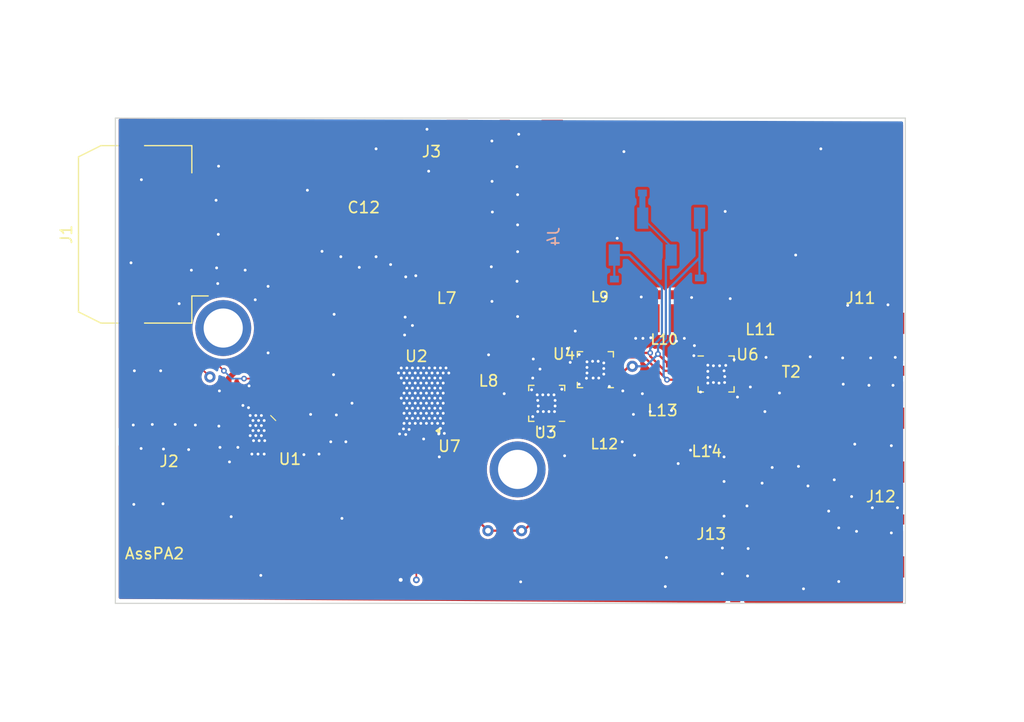
<source format=kicad_pcb>
(kicad_pcb
	(version 20240108)
	(generator "pcbnew")
	(generator_version "8.0")
	(general
		(thickness 0.9464)
		(legacy_teardrops no)
	)
	(paper "A4")
	(layers
		(0 "F.Cu" mixed)
		(31 "B.Cu" mixed)
		(35 "F.Paste" user)
		(37 "F.SilkS" user "F.Silkscreen")
		(38 "B.Mask" user)
		(39 "F.Mask" user)
		(44 "Edge.Cuts" user)
		(45 "Margin" user)
		(46 "B.CrtYd" user "B.Courtyard")
		(47 "F.CrtYd" user "F.Courtyard")
		(49 "F.Fab" user)
	)
	(setup
		(stackup
			(layer "F.SilkS"
				(type "Top Silk Screen")
			)
			(layer "F.Paste"
				(type "Top Solder Paste")
			)
			(layer "F.Mask"
				(type "Top Solder Mask")
				(thickness 0.0152)
			)
			(layer "F.Cu"
				(type "copper")
				(thickness 0.077)
			)
			(layer "dielectric 1"
				(type "core")
				(thickness 0.762)
				(material "FR4")
				(epsilon_r 4.5)
				(loss_tangent 0.02)
			)
			(layer "B.Cu"
				(type "copper")
				(thickness 0.077)
			)
			(layer "B.Mask"
				(type "Bottom Solder Mask")
				(thickness 0.0152)
			)
			(copper_finish "None")
			(dielectric_constraints no)
		)
		(pad_to_mask_clearance 0)
		(allow_soldermask_bridges_in_footprints no)
		(aux_axis_origin 75 75)
		(pcbplotparams
			(layerselection 0x00010e8_ffffffff)
			(plot_on_all_layers_selection 0x0000000_00000000)
			(disableapertmacros no)
			(usegerberextensions no)
			(usegerberattributes yes)
			(usegerberadvancedattributes yes)
			(creategerberjobfile yes)
			(dashed_line_dash_ratio 12.000000)
			(dashed_line_gap_ratio 3.000000)
			(svgprecision 6)
			(plotframeref no)
			(viasonmask no)
			(mode 1)
			(useauxorigin no)
			(hpglpennumber 1)
			(hpglpenspeed 20)
			(hpglpendiameter 15.000000)
			(pdf_front_fp_property_popups yes)
			(pdf_back_fp_property_popups yes)
			(dxfpolygonmode yes)
			(dxfimperialunits yes)
			(dxfusepcbnewfont yes)
			(psnegative no)
			(psa4output no)
			(plotreference yes)
			(plotvalue yes)
			(plotfptext yes)
			(plotinvisibletext no)
			(sketchpadsonfab no)
			(subtractmaskfromsilk no)
			(outputformat 1)
			(mirror no)
			(drillshape 0)
			(scaleselection 1)
			(outputdirectory "plot/")
		)
	)
	(net 0 "")
	(net 1 "+9V")
	(net 2 "/Driverbias")
	(net 3 "Net-(U1-RFIN)")
	(net 4 "Net-(C9-Pad1)")
	(net 5 "Net-(C5-Pad2)")
	(net 6 "Net-(C11-Pad1)")
	(net 7 "Net-(U4-VCP)")
	(net 8 "/PAbias")
	(net 9 "+48V")
	(net 10 "Net-(U1-RFOUT)")
	(net 11 "Net-(C13-Pad1)")
	(net 12 "Net-(C32-Pad2)")
	(net 13 "Net-(U3-ANT)")
	(net 14 "+3V3")
	(net 15 "Net-(U3-VCP)")
	(net 16 "GND")
	(net 17 "Net-(C24-Pad1)")
	(net 18 "Net-(L5-Pad2)")
	(net 19 "Net-(C15-Pad1)")
	(net 20 "/U4V1_U6V2")
	(net 21 "Net-(U4-RF4)")
	(net 22 "Net-(U4-RF2)")
	(net 23 "Net-(L7-Pad2)")
	(net 24 "Net-(J2-RF)")
	(net 25 "/U4V2_U6V1")
	(net 26 "Net-(J3-RF)")
	(net 27 "Net-(J11-RF)")
	(net 28 "Net-(J12-RF)")
	(net 29 "Net-(U1-VD1)")
	(net 30 "Net-(R1-Pad1)")
	(net 31 "Net-(T2-REV)")
	(net 32 "Net-(T2-FWD)")
	(net 33 "Net-(C23-Pad1)")
	(net 34 "Net-(C26-Pad1)")
	(net 35 "unconnected-(T2-DNU-Pad5)")
	(net 36 "/RF1_R18")
	(net 37 "Net-(U6-RF4)")
	(net 38 "unconnected-(U2-NC-Pad5)")
	(net 39 "unconnected-(U2-NC-Pad4)")
	(net 40 "Net-(U3-RF2)")
	(net 41 "unconnected-(U3-RF1-Pad15)")
	(net 42 "unconnected-(U4-RF1-Pad13)")
	(net 43 "unconnected-(U4-RF3-Pad8)")
	(net 44 "Net-(U6-RF2)")
	(net 45 "Net-(T2-IN)")
	(net 46 "Net-(U6-VCP)")
	(net 47 "unconnected-(U6-RF3-Pad8)")
	(net 48 "unconnected-(U6-RF1-Pad13)")
	(net 49 "Net-(U7-out)")
	(footprint "b_all:MACOM_LFQFN-16-1EP_3x3mm_smallPaste" (layer "F.Cu") (at 205.33 104.1 -90))
	(footprint "b_all:C603_NOpaste" (layer "F.Cu") (at 217.9 88.3 -90))
	(footprint "b_all:SquareAirCoil-1111SQ25-0908" (layer "F.Cu") (at 247.6 94.6 -90))
	(footprint "b_all:C603_NOpaste" (layer "F.Cu") (at 244.9 95.4 180))
	(footprint "b_all:C603" (layer "F.Cu") (at 203.43 100.8))
	(footprint "b_all:SquareAirCoil-1111SQ25-0908" (layer "F.Cu") (at 241.743 93.8))
	(footprint "b_all:C603" (layer "F.Cu") (at 250.05 107.7 180))
	(footprint "b_all:C805" (layer "F.Cu") (at 217.5 85.9 180))
	(footprint "b_all:C603_NOpaste" (layer "F.Cu") (at 215.4 100.8 180))
	(footprint "b_all:SquareAirCoil-1111SQ25-0908" (layer "F.Cu") (at 237.043 94.425 90))
	(footprint "b_all:C603_NOpaste" (layer "F.Cu") (at 243.4 102.6 -90))
	(footprint "b_all:C603_NOpaste" (layer "F.Cu") (at 241.2 106.4))
	(footprint "b_all:C603" (layer "F.Cu") (at 238.8 99.9 -90))
	(footprint "b_all:C603" (layer "F.Cu") (at 219.4 88.5 -90))
	(footprint "b_all:C603" (layer "F.Cu") (at 249.45 105.9 90))
	(footprint "b_all:SOT-353_SC-70-5_thermal" (layer "F.Cu") (at 220.15 104.95 -90))
	(footprint "b_all:C603_NOpaste" (layer "F.Cu") (at 248.093 103 90))
	(footprint "b_all:C603_NOpaste" (layer "F.Cu") (at 238.5 104.7 -90))
	(footprint "b_all:C603_NOpaste" (layer "F.Cu") (at 239.1 101.5))
	(footprint "b_all:SMA_Edge_062_p9mm" (layer "F.Cu") (at 195.7 104.4 90))
	(footprint "b_all:C603_NOpaste" (layer "F.Cu") (at 239.193 94.2 -90))
	(footprint "b_all:C603_NOpaste" (layer "F.Cu") (at 234.2 102.1 -90))
	(footprint "b_all:C603_NOpaste" (layer "F.Cu") (at 243.3 105.4 -90))
	(footprint "b_all:C603" (layer "F.Cu") (at 255.6 105.8 90))
	(footprint "b_all:C603" (layer "F.Cu") (at 243.5 97.2 90))
	(footprint "b_all:QFN-16-1EP_3x3mm_P0.5mm_EP.9x.9mm" (layer "F.Cu") (at 235.5 98.4 180))
	(footprint "b_all:C603" (layer "F.Cu") (at 254.35 105.85 90))
	(footprint "b_all:C603" (layer "F.Cu") (at 250.65 105.9 90))
	(footprint "b_all:L_Coilcraft_4310LC" (layer "F.Cu") (at 222.3 91.8 -90))
	(footprint "b_all:C603_NOpaste" (layer "F.Cu") (at 227.4 95 90))
	(footprint "b_all:L805_NOpaste" (layer "F.Cu") (at 208.03 102.1625 90))
	(footprint "b_all:C603" (layer "F.Cu") (at 242.2 97.2 90))
	(footprint "b_all:SMA_Edge_062_p9mm" (layer "F.Cu") (at 260.4 98.5 -90))
	(footprint "b_all:C603" (layer "F.Cu") (at 217.4 90.1))
	(footprint "b_all:C603" (layer "F.Cu") (at 228.5 101 -90))
	(footprint "b_all:SMA_Edge_062_p9mm" (layer "F.Cu") (at 227.4 78.75))
	(footprint "b_all:C603_NOpaste" (layer "F.Cu") (at 235.043 93.825 90))
	(footprint "b_all:SMA_Edge_062_p9mm" (layer "F.Cu") (at 248 116.5 180))
	(footprint "b_all:R805" (layer "F.Cu") (at 216.7 96.7 -90))
	(footprint "b_all:C603" (layer "F.Cu") (at 208.33 104.42))
	(footprint "b_all:C603_NOpaste" (layer "F.Cu") (at 245.4 93.7 -90))
	(footprint "b_all:C603_NOpaste" (layer "F.Cu") (at 202.83 105.1 -90))
	(footprint "b_all:QFN-16-1EP_3x3mm_P0.5mm_EP.9x.9mm" (layer "F.Cu") (at 246.2875 98.7875))
	(footprint "b_all:C603" (layer "F.Cu") (at 202.83 102.6 90))
	(footprint "b_all:C603" (layer "F.Cu") (at 205.83 100.4 180))
	(footprint "b_all:C603_NOpaste"
		(layer "F.Cu")
		(uuid "87f7182b-1785-4e9e-ae43-55c103cd13d5")
		(at 234.293 95.7125 180)
		(property "Reference" "C21"
			(at 0 -2.2 180)
			(layer "F.SilkS")
			(hide yes)
			(uuid "bf884e03-a366-4511-aa61-e18d0091911f")
			(effects
				(font
					(size 1 1)
					(thickness 0.15)
				)
			)
		)
		(property "Value" "C603"
			(at 0 1.9 180)
			(layer "F.Fab")
			(hide yes)
			(uuid "bce26795-93fb-4930-81f6-ae475e7c5334")
			(effects
				(font
					(size 1 1)
					(thickness 0.15)
				)
			)
		)
		(property "Footprint" "b_all:C603_NOpaste"
			(at 0 0 180)
			(unlocked yes)
			(layer "F.Fab")
			(hide yes)
			(uuid "c2fb522c-0b0a-4835-bba5-e7ac7a0acad0")
			(effects
				(font
					(size 1.27 1.27)
				)
			)
		)
		(property "Datasheet" ""
			(at 0 0 180)
			(unlocked yes)
			(layer "F.Fab")
			(hide yes)
			(uuid "6ae732e7-5ed2-4f27-9869-a1fd498371d6")
			(effects
				(font
					(size 1.27 1.27)
				)
			)
		)
		(property "Description" ""
			(at 0 0 180)
			(unlocked yes)
			(layer "F.Fab")
			(hide yes)
			(uuid "ff5faaaa-efcb-4c7f-aa33-91aa6986b919")
			(effects
				(font
					(size 1.27 1.27)
				)
			)
		)
		(property ki_fp_filters "R_*")
		(path "/1cc62fa2-8d52-4dd0-899a-d5213d160ba8")
		(sheetname "Root")
		(sheetfile "AssPa2.kicad_sch")
		(attr smd)
		(fp_line
			(start 0.95 0.45)
			(end 0.95 -0.45)
			(stroke
				(width 0.12)
				(type solid)
			)
			(layer "F.CrtYd")
			(uuid "92f28699-d159-44eb-b496-a4aaeb4ce4d9")
		)
		(fp_line
			(start 0.95 -0.45)
			(end -0.95 -0.45)
			(stroke
				(width 0.12)
				(type solid)
			)
			(layer "F.CrtYd")
			(uuid "3e5b4f37-6abe-4828-9f81-6de8cd9277de")
		)
		(fp_line
			(start -0.95 0.45)
			(end 0.95 0.45)
			(stroke
				(width 0.12)
				(type solid)
			)
			(layer "F.CrtYd")
			(uuid "edea20ab-f7d8-41df-a881-bea5b80bf701")
		)
		(fp_line
			(start -0.95 -0.45)
			(end -0.95 0.45)
			(stroke
				(width 0.12)
				(type solid)
			)
			(layer "F.CrtYd")
			(uuid "81ec54ae-61dc-4ff0-a08b-6f271b042d9a")
		)
		(fp_line
			(start 0.8 0.4)
			(end 0.8 -0.4)
			(stroke
				(width 0.12)
				(type solid)
			)
			(layer "F.Fab")
			(uuid "9c3c8278-5385-4155-a55c-0cd4eeab1f01")
		)
		(fp_line
			(start 0.8 -0.4)
			(end
... [401589 chars truncated]
</source>
